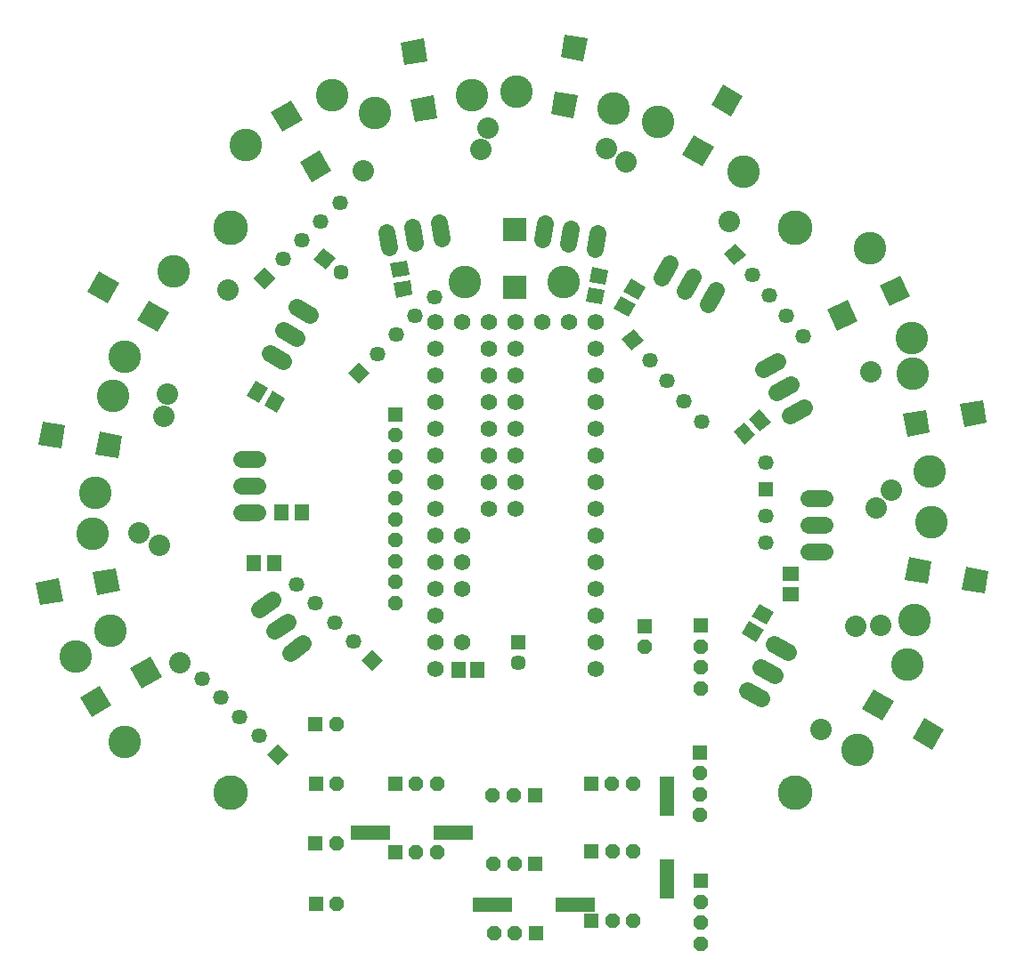
<source format=gbr>
G04 EAGLE Gerber RS-274X export*
G75*
%MOMM*%
%FSLAX34Y34*%
%LPD*%
%INSoldermask Bottom*%
%IPPOS*%
%AMOC8*
5,1,8,0,0,1.08239X$1,22.5*%
G01*
%ADD10C,3.301600*%
%ADD11R,1.422400X1.422400*%
%ADD12P,1.539592X8X292.500000*%
%ADD13P,1.539592X8X22.500000*%
%ADD14R,2.201600X2.201600*%
%ADD15C,3.101600*%
%ADD16C,2.032000*%
%ADD17C,1.625600*%
%ADD18R,1.401600X1.601600*%
%ADD19R,1.601600X1.401600*%
%ADD20R,2.201600X2.201600*%
%ADD21P,1.539592X8X112.500000*%
%ADD22R,1.459600X1.459600*%
%ADD23C,1.459600*%
%ADD24R,1.459600X1.459600*%
%ADD25R,1.451600X1.451600*%
%ADD26C,1.451600*%
%ADD27R,1.451600X1.451600*%
%ADD28R,3.701600X1.401600*%
%ADD29R,1.401600X3.701600*%
%ADD30C,1.574800*%


D10*
X268600Y-268700D03*
X-268700Y268700D03*
X-268700Y-268700D03*
X268700Y268700D03*
D11*
X21857Y-402531D03*
D12*
X1857Y-402531D03*
X-18144Y-402531D03*
D11*
X177778Y-230499D03*
D13*
X177778Y-250499D03*
X177778Y-270499D03*
X177778Y-290499D03*
D11*
X178503Y-109984D03*
D13*
X178503Y-129984D03*
X178503Y-149984D03*
X178503Y-169984D03*
D14*
X1488Y267246D03*
X1488Y212246D03*
D15*
X48488Y216846D03*
X-45513Y216846D03*
D16*
X293210Y-208737D03*
X350110Y-110183D03*
D17*
X261622Y-135109D02*
X248423Y-127489D01*
X235723Y-149487D02*
X248922Y-157107D01*
X236222Y-179104D02*
X223023Y-171484D01*
D18*
G36*
X227121Y-101358D02*
X234129Y-89220D01*
X247999Y-97228D01*
X240991Y-109366D01*
X227121Y-101358D01*
G37*
G36*
X217621Y-117812D02*
X224629Y-105674D01*
X238499Y-113682D01*
X231491Y-125820D01*
X217621Y-117812D01*
G37*
D16*
X325979Y-110376D03*
X345741Y1696D03*
D17*
X295930Y10870D02*
X280690Y10870D01*
X280690Y-14530D02*
X295930Y-14530D01*
X295930Y-39930D02*
X280690Y-39930D01*
D19*
X264091Y-79787D03*
X264091Y-60787D03*
D16*
X360101Y19014D03*
X340339Y131086D03*
D17*
X251262Y141874D02*
X238063Y134254D01*
X250763Y112257D02*
X263962Y119876D01*
X276662Y97879D02*
X263463Y90259D01*
D18*
G36*
X230618Y71315D02*
X219883Y62305D01*
X209588Y74573D01*
X220323Y83583D01*
X230618Y71315D01*
G37*
G36*
X245172Y83527D02*
X234437Y74517D01*
X224142Y86785D01*
X234877Y95795D01*
X245172Y83527D01*
G37*
D16*
X205758Y274229D03*
X107204Y331129D03*
D17*
X149013Y234752D02*
X141393Y221554D01*
X163390Y208854D02*
X171010Y222052D01*
X193007Y209352D02*
X185387Y196154D01*
D18*
G36*
X116738Y195774D02*
X109730Y183636D01*
X95860Y191644D01*
X102868Y203782D01*
X116738Y195774D01*
G37*
G36*
X126238Y212228D02*
X119230Y200090D01*
X105360Y208098D01*
X112368Y220236D01*
X126238Y212228D01*
G37*
D20*
G36*
X409953Y-208861D02*
X398945Y-227927D01*
X379879Y-216919D01*
X390887Y-197853D01*
X409953Y-208861D01*
G37*
G36*
X362321Y-181361D02*
X351313Y-200427D01*
X332247Y-189419D01*
X343255Y-170353D01*
X362321Y-181361D01*
G37*
D15*
X374768Y-146987D03*
X327768Y-228393D03*
D20*
G36*
X452374Y-57976D02*
X448551Y-79657D01*
X426870Y-75834D01*
X430693Y-54153D01*
X452374Y-57976D01*
G37*
G36*
X398210Y-48426D02*
X394387Y-70107D01*
X372706Y-66284D01*
X376529Y-44603D01*
X398210Y-48426D01*
G37*
D15*
X398149Y-11867D03*
X381826Y-104439D03*
D20*
G36*
X446961Y104747D02*
X450784Y83066D01*
X429103Y79243D01*
X425280Y100924D01*
X446961Y104747D01*
G37*
G36*
X392797Y95197D02*
X396620Y73516D01*
X374939Y69693D01*
X371116Y91374D01*
X392797Y95197D01*
G37*
D15*
X380236Y129529D03*
X396559Y36957D03*
D20*
G36*
X199651Y404553D02*
X218717Y393545D01*
X207709Y374479D01*
X188643Y385487D01*
X199651Y404553D01*
G37*
G36*
X172151Y356921D02*
X191217Y345913D01*
X180209Y326847D01*
X161143Y337855D01*
X172151Y356921D01*
G37*
D15*
X137777Y369368D03*
X219183Y322368D03*
D11*
X-112121Y-260628D03*
D21*
X-92121Y-260628D03*
X-72121Y-260628D03*
D11*
X125430Y-110450D03*
D13*
X125430Y-130450D03*
D20*
G36*
X-172634Y323255D02*
X-191700Y312247D01*
X-202708Y331313D01*
X-183642Y342321D01*
X-172634Y323255D01*
G37*
G36*
X-200134Y370887D02*
X-219200Y359879D01*
X-230208Y378945D01*
X-211142Y389953D01*
X-200134Y370887D01*
G37*
D15*
X-172168Y394432D03*
X-253574Y347432D03*
D22*
X240560Y20100D03*
D23*
X240560Y45500D03*
X240560Y-5300D03*
X240560Y-30700D03*
D24*
G36*
X-146690Y141185D02*
X-136370Y130865D01*
X-146690Y120545D01*
X-157010Y130865D01*
X-146690Y141185D01*
G37*
G36*
X-236493Y230987D02*
X-226173Y220667D01*
X-236493Y210347D01*
X-246813Y220667D01*
X-236493Y230987D01*
G37*
D23*
X-128730Y148825D03*
X-110769Y166786D03*
X-92809Y184746D03*
X-74848Y202707D03*
X-164651Y292509D03*
X-182611Y274549D03*
X-200572Y256588D03*
X-218532Y238628D03*
D16*
X88732Y343669D03*
X-23339Y363431D03*
D17*
X30438Y272481D02*
X27792Y257472D01*
X52806Y253062D02*
X55453Y268070D01*
X80467Y263659D02*
X77820Y248651D01*
D18*
G36*
X87531Y209515D02*
X85097Y195713D01*
X69325Y198495D01*
X71759Y212297D01*
X87531Y209515D01*
G37*
G36*
X90831Y228227D02*
X88397Y214425D01*
X72625Y217207D01*
X75059Y231009D01*
X90831Y228227D01*
G37*
D20*
G36*
X49406Y452624D02*
X71087Y448801D01*
X67264Y427120D01*
X45583Y430943D01*
X49406Y452624D01*
G37*
G36*
X39856Y398460D02*
X61537Y394637D01*
X57714Y372956D01*
X36033Y376779D01*
X39856Y398460D01*
G37*
D15*
X3297Y398399D03*
X95869Y382076D03*
D16*
X-30247Y342790D03*
X-142318Y323029D03*
D17*
X-120467Y264739D02*
X-117820Y249731D01*
X-92806Y254142D02*
X-95453Y269150D01*
X-70438Y273561D02*
X-67792Y258552D01*
D18*
G36*
X-97719Y218698D02*
X-95285Y204896D01*
X-111057Y202114D01*
X-113491Y215916D01*
X-97719Y218698D01*
G37*
G36*
X-101019Y237410D02*
X-98585Y223608D01*
X-114357Y220826D01*
X-116791Y234628D01*
X-101019Y237410D01*
G37*
D20*
G36*
X-106717Y444991D02*
X-85036Y448814D01*
X-81213Y427133D01*
X-102894Y423310D01*
X-106717Y444991D01*
G37*
G36*
X-97167Y390827D02*
X-75486Y394650D01*
X-71663Y372969D01*
X-93344Y369146D01*
X-97167Y390827D01*
G37*
D15*
X-131499Y378266D03*
X-38927Y394589D03*
D11*
X21592Y-336690D03*
D12*
X1592Y-336690D03*
X-18408Y-336690D03*
D11*
X20848Y-271746D03*
D12*
X848Y-271746D03*
X-19153Y-271746D03*
D25*
X5240Y-125583D03*
D26*
X5240Y-145583D03*
D18*
X-51219Y-151933D03*
X-34219Y-151933D03*
D27*
G36*
X-178136Y228860D02*
X-189255Y238191D01*
X-179924Y249310D01*
X-168805Y239979D01*
X-178136Y228860D01*
G37*
D26*
X-163709Y226229D03*
D11*
X74675Y-391305D03*
D21*
X94675Y-391305D03*
X114675Y-391305D03*
D11*
X74522Y-325194D03*
D21*
X94522Y-325194D03*
X114522Y-325194D03*
D11*
X74389Y-260169D03*
D21*
X94389Y-260169D03*
X114389Y-260169D03*
D28*
X-57081Y-306663D03*
X-135831Y-306663D03*
X59662Y-375558D03*
X-19089Y-375558D03*
D29*
X146320Y-350740D03*
X146320Y-271990D03*
D11*
X-112055Y-325751D03*
D21*
X-92055Y-325751D03*
X-72055Y-325751D03*
D11*
X178308Y-352737D03*
D13*
X178308Y-372737D03*
X178308Y-392737D03*
X178308Y-412737D03*
D30*
X78590Y-151100D03*
X78590Y-125700D03*
X78590Y-100300D03*
X78590Y-74900D03*
X78590Y-49500D03*
X78590Y-24100D03*
X78590Y1300D03*
X78590Y26700D03*
X78590Y52100D03*
X78590Y77500D03*
X78590Y102900D03*
X78590Y128300D03*
X78590Y153700D03*
X78590Y179100D03*
X53190Y179100D03*
X27790Y179100D03*
X2390Y179100D03*
X-23010Y179100D03*
X-48410Y179100D03*
X-73810Y179100D03*
X-73810Y153700D03*
X-73810Y128300D03*
X-73810Y102900D03*
X-73810Y77500D03*
X-73810Y52100D03*
X-73810Y26700D03*
X-73810Y1300D03*
X-73810Y-24100D03*
X-73810Y-49500D03*
X-73810Y-74900D03*
X-73810Y-100300D03*
X-73810Y-125700D03*
X-73810Y-151100D03*
X-48410Y-125700D03*
X-48410Y-74900D03*
X-48410Y-49500D03*
X-48410Y-24100D03*
X2390Y153700D03*
X-23010Y153700D03*
X2390Y128300D03*
X2390Y102900D03*
X2390Y77500D03*
X2390Y52100D03*
X-23010Y128300D03*
X-23010Y102900D03*
X-23010Y77500D03*
X-23010Y52100D03*
X-23010Y26700D03*
X-23010Y1300D03*
X2390Y26700D03*
X2390Y1300D03*
D20*
G36*
X308081Y170642D02*
X298777Y190594D01*
X318729Y199898D01*
X328033Y179946D01*
X308081Y170642D01*
G37*
G36*
X357927Y193887D02*
X348623Y213839D01*
X368575Y223143D01*
X377879Y203191D01*
X357927Y193887D01*
G37*
D15*
X378946Y163974D03*
X339219Y249167D03*
D24*
G36*
X124136Y160896D02*
X112956Y151514D01*
X103574Y162694D01*
X114754Y172076D01*
X124136Y160896D01*
G37*
G36*
X221423Y242530D02*
X210243Y233148D01*
X200861Y244328D01*
X212041Y253710D01*
X221423Y242530D01*
G37*
D23*
X130181Y142338D03*
X146508Y122880D03*
X162835Y103422D03*
X179162Y83965D03*
X276449Y165599D03*
X260123Y185056D03*
X243796Y204514D03*
X227469Y223972D03*
D20*
G36*
X-344935Y-139793D02*
X-333927Y-158859D01*
X-352993Y-169867D01*
X-364001Y-150801D01*
X-344935Y-139793D01*
G37*
G36*
X-392567Y-167293D02*
X-381559Y-186359D01*
X-400625Y-197367D01*
X-411633Y-178301D01*
X-392567Y-167293D01*
G37*
D15*
X-416112Y-139327D03*
X-369112Y-220733D03*
D24*
G36*
X-144128Y-142851D02*
X-133808Y-132531D01*
X-123488Y-142851D01*
X-133808Y-153171D01*
X-144128Y-142851D01*
G37*
G36*
X-233931Y-232653D02*
X-223611Y-222333D01*
X-213291Y-232653D01*
X-223611Y-242973D01*
X-233931Y-232653D01*
G37*
D23*
X-151769Y-124890D03*
X-169729Y-106930D03*
X-187690Y-88969D03*
X-205650Y-71009D03*
X-295453Y-160811D03*
X-277492Y-178772D03*
X-259532Y-196732D03*
X-241571Y-214693D03*
D16*
X-271177Y208990D03*
X-328077Y110437D03*
D17*
X-231202Y149013D02*
X-218004Y141393D01*
X-205304Y163390D02*
X-218502Y171010D01*
X-205802Y193007D02*
X-192604Y185387D01*
D18*
G36*
X-228548Y113369D02*
X-216410Y106361D01*
X-224418Y92491D01*
X-236556Y99499D01*
X-228548Y113369D01*
G37*
G36*
X-245002Y122869D02*
X-232864Y115861D01*
X-240872Y101991D01*
X-253010Y108999D01*
X-245002Y122869D01*
G37*
D20*
G36*
X-404493Y207721D02*
X-393485Y226787D01*
X-374419Y215779D01*
X-385427Y196713D01*
X-404493Y207721D01*
G37*
G36*
X-356861Y180221D02*
X-345853Y199287D01*
X-326787Y188279D01*
X-337795Y169213D01*
X-356861Y180221D01*
G37*
D15*
X-369308Y145847D03*
X-322308Y227253D03*
D16*
X-331878Y89174D03*
X-355538Y-22140D03*
D17*
X-258530Y-2300D02*
X-243290Y-2300D01*
X-243290Y23100D02*
X-258530Y23100D01*
X-258530Y48500D02*
X-243290Y48500D01*
D18*
X-200811Y-2469D03*
X-219811Y-2469D03*
D20*
G36*
X-451045Y62425D02*
X-447222Y84106D01*
X-425541Y80283D01*
X-429364Y58602D01*
X-451045Y62425D01*
G37*
G36*
X-396880Y52874D02*
X-393057Y74555D01*
X-371376Y70732D01*
X-375199Y49051D01*
X-396880Y52874D01*
G37*
D15*
X-396820Y16316D03*
X-380497Y108888D03*
D16*
X-336306Y-33547D03*
X-316545Y-145618D03*
D17*
X-212057Y-135758D02*
X-199573Y-127017D01*
X-214142Y-106211D02*
X-226625Y-114952D01*
X-241194Y-94145D02*
X-228710Y-85404D01*
D18*
X-227116Y-50491D03*
X-246116Y-50491D03*
D20*
G36*
X-449631Y-90457D02*
X-453454Y-68776D01*
X-431773Y-64953D01*
X-427950Y-86634D01*
X-449631Y-90457D01*
G37*
G36*
X-395467Y-80907D02*
X-399290Y-59226D01*
X-377609Y-55403D01*
X-373786Y-77084D01*
X-395467Y-80907D01*
G37*
D15*
X-382906Y-115239D03*
X-399229Y-22667D03*
D11*
X-187632Y-204126D03*
D21*
X-167632Y-204126D03*
D11*
X-187502Y-260602D03*
D21*
X-167502Y-260602D03*
D11*
X-187885Y-317038D03*
D21*
X-167885Y-317038D03*
D11*
X-187370Y-375060D03*
D21*
X-167370Y-375060D03*
D11*
X-111760Y91270D03*
D13*
X-111760Y71270D03*
X-111760Y51270D03*
X-111760Y31270D03*
X-111760Y11270D03*
X-111760Y-8730D03*
X-111760Y-28730D03*
X-111760Y-48730D03*
X-111760Y-68730D03*
X-111760Y-88730D03*
M02*

</source>
